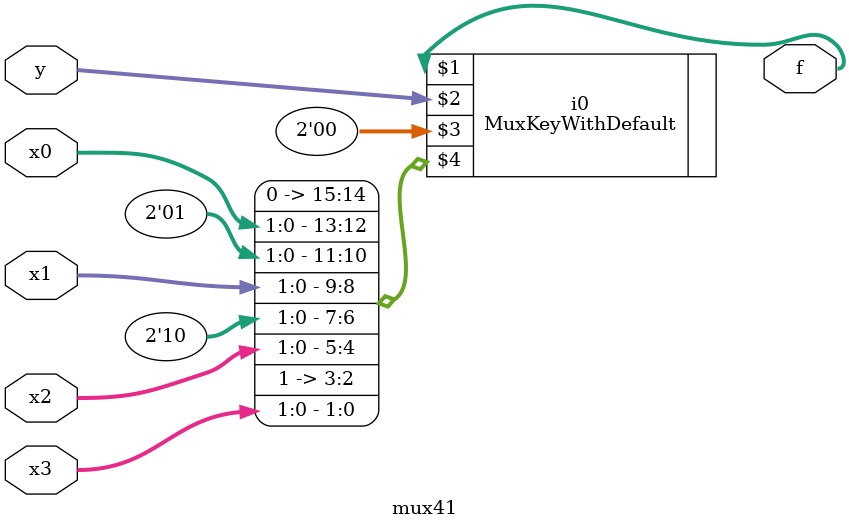
<source format=v>
module mux41(x0,x1,x2,x3,y,f);
  input  [1:0] x0;
  input  [1:0] x1;
  input  [1:0] x2;
  input  [1:0] x3;
  input [1:0] y;
  output [1:0] f;
  MuxKeyWithDefault #(4, 2, 2) i0 (f, y, 2'b00, {
    2'b00, x0,
    2'b01, x1,
    2'b10, x2,
    2'b11, x3
  });
endmodule
</source>
